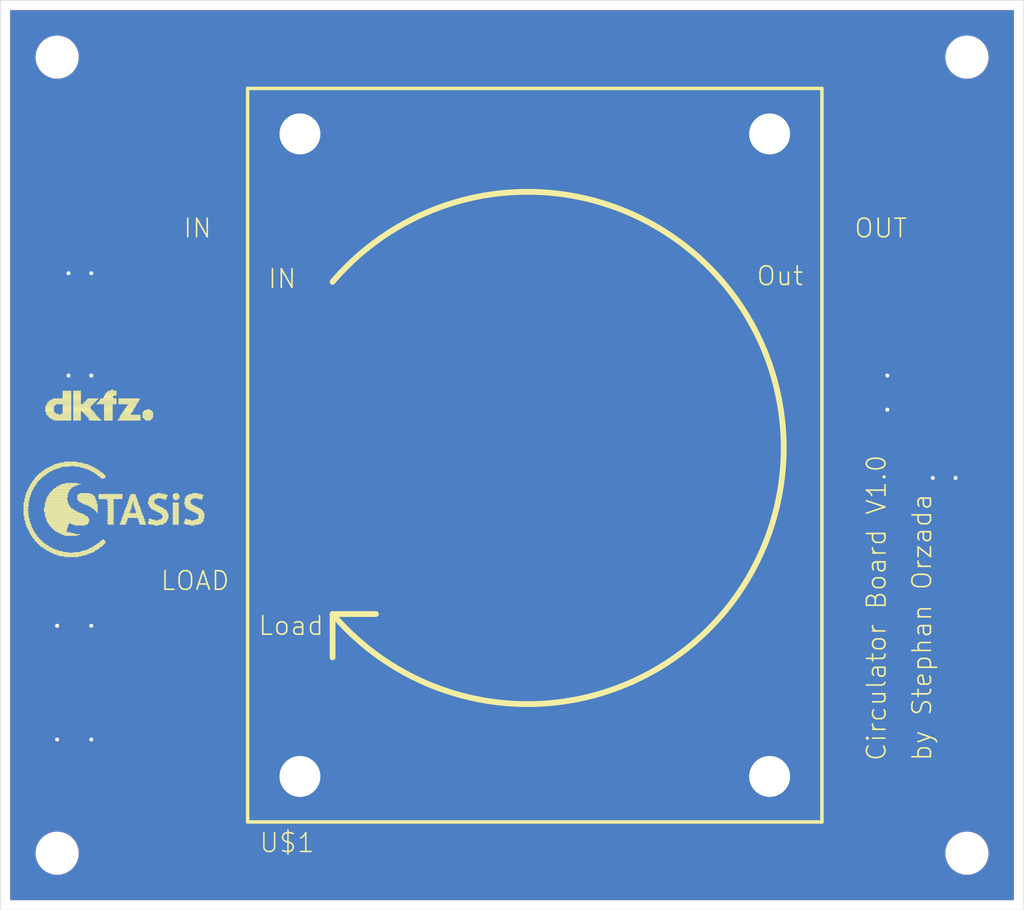
<source format=kicad_pcb>
(kicad_pcb (version 20240108) (generator "pcbnew") (generator_version "8.0")
  (layers (0 "F.Cu" signal) (31 "B.Cu" signal) (34 "B.Paste" user) (35 "F.Paste" user) (36 "B.SilkS" user "B.Silkscreen") (37 "F.SilkS" user "F.Silkscreen") (38 "B.Mask" user) (39 "F.Mask" user) (44 "Edge.Cuts" user))
  (net 0 "")
  (net 1 "N$1")
  (net 2 "N$2")
  (net 3 "N$3")
  (net 4 "GND")
  (footprint "" (layer "F.Cu") (at 188.5011 140.0036)
    (property "Reference" "@HOLE1" (hide yes))
    (property "Value" "")
    (pad "" np_thru_hole circle (at 0 0) (size 3.3 3.3) (drill 3.3) (layers "*.Cu" "*.Mask"))
  )
  (footprint "Circulator_Board:JCD0126T0130LC100" (layer "F.Cu") (at 150.5011 105.0036)
    (property "Reference" "U$1" (at -24.3 35.05 0) (layer "F.SilkS") (effects (font (size 1.647139 1.647139) (thickness 0.130861)) (justify left bottom)))
    (property "Value" "CIRCULATOR_GND")
    (fp_text user "IN" (at -23.55 -14.55 0) (layer "F.SilkS") (effects (font (size 1.63576 1.63576) (thickness 0.14224)) (justify left bottom)))
    (fp_text user "Load" (at -24.4 15.95 0) (layer "F.SilkS") (effects (font (size 1.63576 1.63576) (thickness 0.14224)) (justify left bottom)))
    (fp_text user "Out" (at 19.4 -14.8 0) (layer "F.SilkS") (effects (font (size 1.63576 1.63576) (thickness 0.14224)) (justify left bottom)))
    (pad "P$1" thru_hole circle (at 20.65 -28.25) (size 6.4516 6.4516) (drill 3.6) (layers "*.Cu" "*.Mask") (net 4 "GND"))
    (pad "P$2" thru_hole circle (at -20.65 -28.25) (size 6.4516 6.4516) (drill 3.6) (layers "*.Cu" "*.Mask") (net 4 "GND"))
    (pad "P$3" thru_hole circle (at 20.65 28.25) (size 6.4516 6.4516) (drill 3.6) (layers "*.Cu" "*.Mask") (net 4 "GND"))
    (pad "P$4" thru_hole circle (at -20.65 28.25) (size 6.4516 6.4516) (drill 3.6) (layers "*.Cu" "*.Mask") (net 4 "GND"))
    (pad "P$IN" smd rect (at -30 -15.25) (size 6.4516 3.2512) (layers "F.Cu" "F.Paste" "F.Mask") (net 1 "N$1"))
    (pad "P$LOAD" smd rect (at -30 15.25) (size 6.4516 3.2512) (layers "F.Cu" "F.Paste" "F.Mask") (net 3 "N$3"))
    (pad "P$OUT" smd rect (at 30 -15.25) (size 6.4516 3.2512) (layers "F.Cu" "F.Paste" "F.Mask") (net 2 "N$2"))
  )
  (footprint "" (layer "F.Cu") (at 108.5011 140.0036)
    (property "Reference" "@HOLE0" (hide yes))
    (property "Value" "")
    (pad "" np_thru_hole circle (at 0 0) (size 3.3 3.3) (drill 3.3) (layers "*.Cu" "*.Mask"))
  )
  (footprint "Circulator_Board:LOGO_STASIS" (layer "F.Cu") (at 114.5011 110.0036)
    (property "Reference" "U$6" (hide yes))
    (property "Value" "" (hide yes))
  )
  (footprint "Circulator_Board:LOGO_DKFZ" (layer "F.Cu") (at 107.5011 102.0036)
    (property "Reference" "U$5" (hide yes))
    (property "Value" "" (hide yes))
  )
  (footprint "Circulator_Board:COAX.141" (layer "F.Cu") (at 116.5011 125.0036 180)
    (property "Reference" "U$4" (hide yes))
    (property "Value" "COAX_CON_DIRECT" (hide yes))
    (pad "P$1" smd rect (at -3.363718 0 180) (size 4 2) (layers "F.Cu" "F.Paste" "F.Mask") (net 3 "N$3"))
    (pad "P$2" smd rect (at 6.545578 0 180) (size 10 5.588) (layers "F.Cu" "F.Paste" "F.Mask") (net 4 "GND"))
  )
  (footprint "Circulator_Board:COAX.141" (layer "F.Cu") (at 186.5011 93.0036 -90)
    (property "Reference" "U$3" (hide yes))
    (property "Value" "COAX_CON_DIRECT" (hide yes))
    (pad "P$1" smd rect (at -3.363718 0 270) (size 4 2) (layers "F.Cu" "F.Paste" "F.Mask") (net 2 "N$2"))
    (pad "P$2" smd rect (at 6.545578 0 270) (size 10 5.588) (layers "F.Cu" "F.Paste" "F.Mask") (net 4 "GND"))
  )
  (footprint "" (layer "F.Cu") (at 108.5011 70.0036)
    (property "Reference" "@HOLE3" (hide yes))
    (property "Value" "")
    (pad "" np_thru_hole circle (at 0 0) (size 3.3 3.3) (drill 3.3) (layers "*.Cu" "*.Mask"))
  )
  (footprint "Circulator_Board:COAX.141" (layer "F.Cu") (at 116.5011 94.0036 180)
    (property "Reference" "U$2" (hide yes))
    (property "Value" "COAX_CON_DIRECT" (hide yes))
    (pad "P$1" smd rect (at -3.363718 0 180) (size 4 2) (layers "F.Cu" "F.Paste" "F.Mask") (net 1 "N$1"))
    (pad "P$2" smd rect (at 6.545578 0 180) (size 10 5.588) (layers "F.Cu" "F.Paste" "F.Mask") (net 4 "GND"))
  )
  (footprint "" (layer "F.Cu") (at 188.5011 70.0036)
    (property "Reference" "@HOLE2" (hide yes))
    (property "Value" "")
    (pad "" np_thru_hole circle (at 0 0) (size 3.3 3.3) (drill 3.3) (layers "*.Cu" "*.Mask"))
  )
  (gr_line (start 103.5011 145.0036) (end 193.5011 145.0036) (stroke (width 0.05)) (layer "Edge.Cuts"))
  (gr_line (start 103.5011 65.0036) (end 103.5011 145.0036) (stroke (width 0.05)) (layer "Edge.Cuts"))
  (gr_line (start 193.5011 145.0036) (end 193.5011 65.0036) (stroke (width 0.05)) (layer "Edge.Cuts"))
  (gr_line (start 193.5011 65.0036) (end 103.5011 65.0036) (stroke (width 0.05)) (layer "Edge.Cuts"))
  (gr_text "OUT" (at 178.5011 86.0036 0) (layer "F.SilkS") (effects (font (size 1.63576 1.63576) (thickness 0.14224)) (justify left bottom)))
  (gr_text "IN" (at 119.5011 86.0036 0) (layer "F.SilkS") (effects (font (size 1.63576 1.63576) (thickness 0.14224)) (justify left bottom)))
  (gr_text "LOAD" (at 117.5011 117.0036 0) (layer "F.SilkS") (effects (font (size 1.63576 1.63576) (thickness 0.14224)) (justify left bottom)))
  (gr_text "by Stephan Orzada" (at 185.5011 132.0036 90) (layer "F.SilkS") (effects (font (size 1.63576 1.63576) (thickness 0.14224)) (justify left bottom)))
  (gr_text "Circulator Board V1.0" (at 181.5011 132.0036 90) (layer "F.SilkS") (effects (font (size 1.63576 1.63576) (thickness 0.14224)) (justify left bottom)))
  (segment (start 119.864818 90.389882) (end 120.5011 89.7536) (width 1.27) (layer "F.Cu") (net 1))
  (segment (start 119.864818 94.0036) (end 119.864818 90.389882) (width 1.27) (layer "F.Cu") (net 1))
  (segment (start 180.5011 89.7536) (end 186.387381 89.7536) (width 1.27) (layer "F.Cu") (net 2))
  (segment (start 186.387381 89.7536) (end 186.5011 89.639882) (width 1.27) (layer "F.Cu") (net 2))
  (segment (start 119.864818 121.639882) (end 121.5011 120.0036) (width 1.27) (layer "F.Cu") (net 3))
  (segment (start 119.864818 125.0036) (end 119.864818 121.639882) (width 1.27) (layer "F.Cu") (net 3))
  (via (at 111.5011 120.0036) (size 0.7564) (drill 0.35) (layers "F.Cu" "B.Cu") (net 4))
  (via (at 109.5011 98.0036) (size 0.7564) (drill 0.35) (layers "F.Cu" "B.Cu") (net 4))
  (via (at 108.5011 130.0036) (size 0.7564) (drill 0.35) (layers "F.Cu" "B.Cu") (net 4))
  (via (at 181.5011 101.0036) (size 0.7564) (drill 0.35) (layers "F.Cu" "B.Cu") (net 4))
  (via (at 187.5011 107.0036) (size 0.7564) (drill 0.35) (layers "F.Cu" "B.Cu") (net 4))
  (via (at 185.5011 107.0036) (size 0.7564) (drill 0.35) (layers "F.Cu" "B.Cu") (net 4))
  (via (at 109.5011 89.0036) (size 0.7564) (drill 0.35) (layers "F.Cu" "B.Cu") (net 4))
  (via (at 111.5011 98.0036) (size 0.7564) (drill 0.35) (layers "F.Cu" "B.Cu") (net 4))
  (via (at 181.5011 98.0036) (size 0.7564) (drill 0.35) (layers "F.Cu" "B.Cu") (net 4))
  (via (at 108.5011 120.0036) (size 0.7564) (drill 0.35) (layers "F.Cu" "B.Cu") (net 4))
  (via (at 111.5011 130.0036) (size 0.7564) (drill 0.35) (layers "F.Cu" "B.Cu") (net 4))
  (via (at 111.5011 89.0036) (size 0.7564) (drill 0.35) (layers "F.Cu" "B.Cu") (net 4))
  (zone (net 4) (net_name "GND") (layer "F.Cu") (priority 6) (connect_pads (clearance 1.6764)) (min_thickness 0.127) (fill yes (thermal_gap 0.304) (thermal_bridge_width 0.304))
    (polygon (pts (xy 192.6281 144.1306) (xy 104.3741 144.1306) (xy 104.3741 65.8766) (xy 192.6281 65.8766)))
  )
  (zone (net 4) (net_name "GND") (layer "B.Cu") (priority 6) (connect_pads (clearance 0.000001)) (min_thickness 0.127) (fill yes (thermal_gap 0.304) (thermal_bridge_width 0.304))
    (polygon (pts (xy 192.6281 144.1306) (xy 104.3741 144.1306) (xy 104.3741 65.8766) (xy 192.6281 65.8766)))
  )
)
</source>
